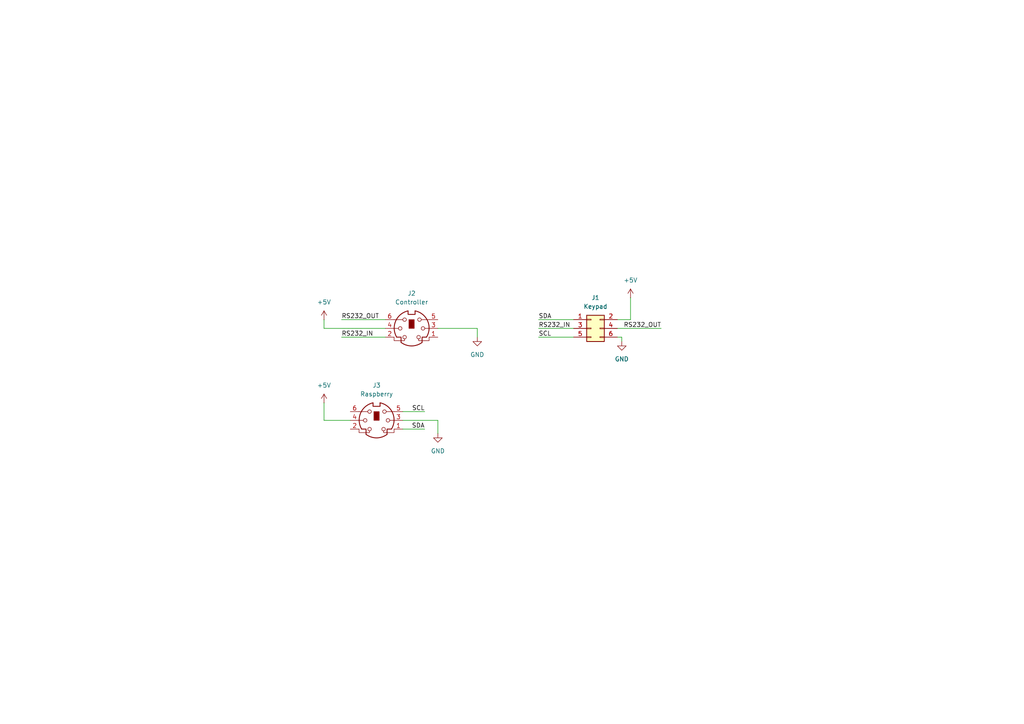
<source format=kicad_sch>
(kicad_sch
	(version 20231120)
	(generator "eeschema")
	(generator_version "8.0")
	(uuid "a35776e5-918f-4787-bc96-ea4223b78852")
	(paper "A4")
	(lib_symbols
		(symbol "Connector:Mini-DIN-6"
			(pin_names
				(offset 1.016)
			)
			(exclude_from_sim no)
			(in_bom yes)
			(on_board yes)
			(property "Reference" "J"
				(at 0 6.35 0)
				(effects
					(font
						(size 1.27 1.27)
					)
				)
			)
			(property "Value" "Mini-DIN-6"
				(at 0 -6.35 0)
				(effects
					(font
						(size 1.27 1.27)
					)
				)
			)
			(property "Footprint" ""
				(at 0 0 0)
				(effects
					(font
						(size 1.27 1.27)
					)
					(hide yes)
				)
			)
			(property "Datasheet" "http://service.powerdynamics.com/ec/Catalog17/Section%2011.pdf"
				(at 0 0 0)
				(effects
					(font
						(size 1.27 1.27)
					)
					(hide yes)
				)
			)
			(property "Description" "6-pin Mini-DIN connector"
				(at 0 0 0)
				(effects
					(font
						(size 1.27 1.27)
					)
					(hide yes)
				)
			)
			(property "ki_keywords" "Mini-DIN"
				(at 0 0 0)
				(effects
					(font
						(size 1.27 1.27)
					)
					(hide yes)
				)
			)
			(property "ki_fp_filters" "MINI?DIN*"
				(at 0 0 0)
				(effects
					(font
						(size 1.27 1.27)
					)
					(hide yes)
				)
			)
			(symbol "Mini-DIN-6_0_1"
				(circle
					(center -3.302 0)
					(radius 0.508)
					(stroke
						(width 0)
						(type default)
					)
					(fill
						(type none)
					)
				)
				(arc
					(start -3.048 -4.064)
					(mid 0 -5.08)
					(end 3.048 -4.064)
					(stroke
						(width 0.254)
						(type default)
					)
					(fill
						(type none)
					)
				)
				(circle
					(center -2.032 -2.54)
					(radius 0.508)
					(stroke
						(width 0)
						(type default)
					)
					(fill
						(type none)
					)
				)
				(circle
					(center -2.032 2.54)
					(radius 0.508)
					(stroke
						(width 0)
						(type default)
					)
					(fill
						(type none)
					)
				)
				(arc
					(start -1.016 5.08)
					(mid -4.6228 2.1214)
					(end -4.318 -2.54)
					(stroke
						(width 0.254)
						(type default)
					)
					(fill
						(type none)
					)
				)
				(rectangle
					(start -0.762 2.54)
					(end 0.762 0)
					(stroke
						(width 0)
						(type default)
					)
					(fill
						(type outline)
					)
				)
				(polyline
					(pts
						(xy -3.81 0) (xy -5.08 0)
					)
					(stroke
						(width 0)
						(type default)
					)
					(fill
						(type none)
					)
				)
				(polyline
					(pts
						(xy -2.54 2.54) (xy -5.08 2.54)
					)
					(stroke
						(width 0)
						(type default)
					)
					(fill
						(type none)
					)
				)
				(polyline
					(pts
						(xy 2.794 2.54) (xy 5.08 2.54)
					)
					(stroke
						(width 0)
						(type default)
					)
					(fill
						(type none)
					)
				)
				(polyline
					(pts
						(xy 5.08 0) (xy 3.81 0)
					)
					(stroke
						(width 0)
						(type default)
					)
					(fill
						(type none)
					)
				)
				(polyline
					(pts
						(xy -4.318 -2.54) (xy -3.048 -2.54) (xy -3.048 -4.064)
					)
					(stroke
						(width 0.254)
						(type default)
					)
					(fill
						(type none)
					)
				)
				(polyline
					(pts
						(xy 4.318 -2.54) (xy 3.048 -2.54) (xy 3.048 -4.064)
					)
					(stroke
						(width 0.254)
						(type default)
					)
					(fill
						(type none)
					)
				)
				(polyline
					(pts
						(xy -2.032 -3.048) (xy -2.032 -3.556) (xy -5.08 -3.556) (xy -5.08 -2.54)
					)
					(stroke
						(width 0)
						(type default)
					)
					(fill
						(type none)
					)
				)
				(polyline
					(pts
						(xy -1.016 5.08) (xy -1.016 4.064) (xy 1.016 4.064) (xy 1.016 5.08)
					)
					(stroke
						(width 0.254)
						(type default)
					)
					(fill
						(type none)
					)
				)
				(polyline
					(pts
						(xy 2.032 -3.048) (xy 2.032 -3.556) (xy 5.08 -3.556) (xy 5.08 -2.54)
					)
					(stroke
						(width 0)
						(type default)
					)
					(fill
						(type none)
					)
				)
				(circle
					(center 2.032 -2.54)
					(radius 0.508)
					(stroke
						(width 0)
						(type default)
					)
					(fill
						(type none)
					)
				)
				(circle
					(center 2.286 2.54)
					(radius 0.508)
					(stroke
						(width 0)
						(type default)
					)
					(fill
						(type none)
					)
				)
				(circle
					(center 3.302 0)
					(radius 0.508)
					(stroke
						(width 0)
						(type default)
					)
					(fill
						(type none)
					)
				)
				(arc
					(start 4.318 -2.54)
					(mid 4.6661 2.1322)
					(end 1.016 5.08)
					(stroke
						(width 0.254)
						(type default)
					)
					(fill
						(type none)
					)
				)
			)
			(symbol "Mini-DIN-6_1_1"
				(pin passive line
					(at 7.62 -2.54 180)
					(length 2.54)
					(name "~"
						(effects
							(font
								(size 1.27 1.27)
							)
						)
					)
					(number "1"
						(effects
							(font
								(size 1.27 1.27)
							)
						)
					)
				)
				(pin passive line
					(at -7.62 -2.54 0)
					(length 2.54)
					(name "~"
						(effects
							(font
								(size 1.27 1.27)
							)
						)
					)
					(number "2"
						(effects
							(font
								(size 1.27 1.27)
							)
						)
					)
				)
				(pin passive line
					(at 7.62 0 180)
					(length 2.54)
					(name "~"
						(effects
							(font
								(size 1.27 1.27)
							)
						)
					)
					(number "3"
						(effects
							(font
								(size 1.27 1.27)
							)
						)
					)
				)
				(pin passive line
					(at -7.62 0 0)
					(length 2.54)
					(name "~"
						(effects
							(font
								(size 1.27 1.27)
							)
						)
					)
					(number "4"
						(effects
							(font
								(size 1.27 1.27)
							)
						)
					)
				)
				(pin passive line
					(at 7.62 2.54 180)
					(length 2.54)
					(name "~"
						(effects
							(font
								(size 1.27 1.27)
							)
						)
					)
					(number "5"
						(effects
							(font
								(size 1.27 1.27)
							)
						)
					)
				)
				(pin passive line
					(at -7.62 2.54 0)
					(length 2.54)
					(name "~"
						(effects
							(font
								(size 1.27 1.27)
							)
						)
					)
					(number "6"
						(effects
							(font
								(size 1.27 1.27)
							)
						)
					)
				)
			)
		)
		(symbol "Connector_Generic:Conn_02x03_Odd_Even"
			(pin_names
				(offset 1.016) hide)
			(exclude_from_sim no)
			(in_bom yes)
			(on_board yes)
			(property "Reference" "J"
				(at 1.27 5.08 0)
				(effects
					(font
						(size 1.27 1.27)
					)
				)
			)
			(property "Value" "Conn_02x03_Odd_Even"
				(at 1.27 -5.08 0)
				(effects
					(font
						(size 1.27 1.27)
					)
				)
			)
			(property "Footprint" ""
				(at 0 0 0)
				(effects
					(font
						(size 1.27 1.27)
					)
					(hide yes)
				)
			)
			(property "Datasheet" "~"
				(at 0 0 0)
				(effects
					(font
						(size 1.27 1.27)
					)
					(hide yes)
				)
			)
			(property "Description" "Generic connector, double row, 02x03, odd/even pin numbering scheme (row 1 odd numbers, row 2 even numbers), script generated (kicad-library-utils/schlib/autogen/connector/)"
				(at 0 0 0)
				(effects
					(font
						(size 1.27 1.27)
					)
					(hide yes)
				)
			)
			(property "ki_keywords" "connector"
				(at 0 0 0)
				(effects
					(font
						(size 1.27 1.27)
					)
					(hide yes)
				)
			)
			(property "ki_fp_filters" "Connector*:*_2x??_*"
				(at 0 0 0)
				(effects
					(font
						(size 1.27 1.27)
					)
					(hide yes)
				)
			)
			(symbol "Conn_02x03_Odd_Even_1_1"
				(rectangle
					(start -1.27 -2.413)
					(end 0 -2.667)
					(stroke
						(width 0.1524)
						(type default)
					)
					(fill
						(type none)
					)
				)
				(rectangle
					(start -1.27 0.127)
					(end 0 -0.127)
					(stroke
						(width 0.1524)
						(type default)
					)
					(fill
						(type none)
					)
				)
				(rectangle
					(start -1.27 2.667)
					(end 0 2.413)
					(stroke
						(width 0.1524)
						(type default)
					)
					(fill
						(type none)
					)
				)
				(rectangle
					(start -1.27 3.81)
					(end 3.81 -3.81)
					(stroke
						(width 0.254)
						(type default)
					)
					(fill
						(type background)
					)
				)
				(rectangle
					(start 3.81 -2.413)
					(end 2.54 -2.667)
					(stroke
						(width 0.1524)
						(type default)
					)
					(fill
						(type none)
					)
				)
				(rectangle
					(start 3.81 0.127)
					(end 2.54 -0.127)
					(stroke
						(width 0.1524)
						(type default)
					)
					(fill
						(type none)
					)
				)
				(rectangle
					(start 3.81 2.667)
					(end 2.54 2.413)
					(stroke
						(width 0.1524)
						(type default)
					)
					(fill
						(type none)
					)
				)
				(pin passive line
					(at -5.08 2.54 0)
					(length 3.81)
					(name "Pin_1"
						(effects
							(font
								(size 1.27 1.27)
							)
						)
					)
					(number "1"
						(effects
							(font
								(size 1.27 1.27)
							)
						)
					)
				)
				(pin passive line
					(at 7.62 2.54 180)
					(length 3.81)
					(name "Pin_2"
						(effects
							(font
								(size 1.27 1.27)
							)
						)
					)
					(number "2"
						(effects
							(font
								(size 1.27 1.27)
							)
						)
					)
				)
				(pin passive line
					(at -5.08 0 0)
					(length 3.81)
					(name "Pin_3"
						(effects
							(font
								(size 1.27 1.27)
							)
						)
					)
					(number "3"
						(effects
							(font
								(size 1.27 1.27)
							)
						)
					)
				)
				(pin passive line
					(at 7.62 0 180)
					(length 3.81)
					(name "Pin_4"
						(effects
							(font
								(size 1.27 1.27)
							)
						)
					)
					(number "4"
						(effects
							(font
								(size 1.27 1.27)
							)
						)
					)
				)
				(pin passive line
					(at -5.08 -2.54 0)
					(length 3.81)
					(name "Pin_5"
						(effects
							(font
								(size 1.27 1.27)
							)
						)
					)
					(number "5"
						(effects
							(font
								(size 1.27 1.27)
							)
						)
					)
				)
				(pin passive line
					(at 7.62 -2.54 180)
					(length 3.81)
					(name "Pin_6"
						(effects
							(font
								(size 1.27 1.27)
							)
						)
					)
					(number "6"
						(effects
							(font
								(size 1.27 1.27)
							)
						)
					)
				)
			)
		)
		(symbol "power:+5V"
			(power)
			(pin_numbers hide)
			(pin_names
				(offset 0) hide)
			(exclude_from_sim no)
			(in_bom yes)
			(on_board yes)
			(property "Reference" "#PWR"
				(at 0 -3.81 0)
				(effects
					(font
						(size 1.27 1.27)
					)
					(hide yes)
				)
			)
			(property "Value" "+5V"
				(at 0 3.556 0)
				(effects
					(font
						(size 1.27 1.27)
					)
				)
			)
			(property "Footprint" ""
				(at 0 0 0)
				(effects
					(font
						(size 1.27 1.27)
					)
					(hide yes)
				)
			)
			(property "Datasheet" ""
				(at 0 0 0)
				(effects
					(font
						(size 1.27 1.27)
					)
					(hide yes)
				)
			)
			(property "Description" "Power symbol creates a global label with name \"+5V\""
				(at 0 0 0)
				(effects
					(font
						(size 1.27 1.27)
					)
					(hide yes)
				)
			)
			(property "ki_keywords" "global power"
				(at 0 0 0)
				(effects
					(font
						(size 1.27 1.27)
					)
					(hide yes)
				)
			)
			(symbol "+5V_0_1"
				(polyline
					(pts
						(xy -0.762 1.27) (xy 0 2.54)
					)
					(stroke
						(width 0)
						(type default)
					)
					(fill
						(type none)
					)
				)
				(polyline
					(pts
						(xy 0 0) (xy 0 2.54)
					)
					(stroke
						(width 0)
						(type default)
					)
					(fill
						(type none)
					)
				)
				(polyline
					(pts
						(xy 0 2.54) (xy 0.762 1.27)
					)
					(stroke
						(width 0)
						(type default)
					)
					(fill
						(type none)
					)
				)
			)
			(symbol "+5V_1_1"
				(pin power_in line
					(at 0 0 90)
					(length 0)
					(name "~"
						(effects
							(font
								(size 1.27 1.27)
							)
						)
					)
					(number "1"
						(effects
							(font
								(size 1.27 1.27)
							)
						)
					)
				)
			)
		)
		(symbol "power:GND"
			(power)
			(pin_numbers hide)
			(pin_names
				(offset 0) hide)
			(exclude_from_sim no)
			(in_bom yes)
			(on_board yes)
			(property "Reference" "#PWR"
				(at 0 -6.35 0)
				(effects
					(font
						(size 1.27 1.27)
					)
					(hide yes)
				)
			)
			(property "Value" "GND"
				(at 0 -3.81 0)
				(effects
					(font
						(size 1.27 1.27)
					)
				)
			)
			(property "Footprint" ""
				(at 0 0 0)
				(effects
					(font
						(size 1.27 1.27)
					)
					(hide yes)
				)
			)
			(property "Datasheet" ""
				(at 0 0 0)
				(effects
					(font
						(size 1.27 1.27)
					)
					(hide yes)
				)
			)
			(property "Description" "Power symbol creates a global label with name \"GND\" , ground"
				(at 0 0 0)
				(effects
					(font
						(size 1.27 1.27)
					)
					(hide yes)
				)
			)
			(property "ki_keywords" "global power"
				(at 0 0 0)
				(effects
					(font
						(size 1.27 1.27)
					)
					(hide yes)
				)
			)
			(symbol "GND_0_1"
				(polyline
					(pts
						(xy 0 0) (xy 0 -1.27) (xy 1.27 -1.27) (xy 0 -2.54) (xy -1.27 -1.27) (xy 0 -1.27)
					)
					(stroke
						(width 0)
						(type default)
					)
					(fill
						(type none)
					)
				)
			)
			(symbol "GND_1_1"
				(pin power_in line
					(at 0 0 270)
					(length 0)
					(name "~"
						(effects
							(font
								(size 1.27 1.27)
							)
						)
					)
					(number "1"
						(effects
							(font
								(size 1.27 1.27)
							)
						)
					)
				)
			)
		)
	)
	(wire
		(pts
			(xy 111.76 97.79) (xy 99.06 97.79)
		)
		(stroke
			(width 0)
			(type default)
		)
		(uuid "0da73a11-4c5e-499c-a0dd-34c24b80aa91")
	)
	(wire
		(pts
			(xy 138.43 95.25) (xy 138.43 97.79)
		)
		(stroke
			(width 0)
			(type default)
		)
		(uuid "39d5966d-0c4c-4548-be7c-d4d18d8902b7")
	)
	(wire
		(pts
			(xy 182.88 92.71) (xy 179.07 92.71)
		)
		(stroke
			(width 0)
			(type default)
		)
		(uuid "4af79d8f-a64a-4d13-abaa-4147a3985b82")
	)
	(wire
		(pts
			(xy 179.07 95.25) (xy 191.77 95.25)
		)
		(stroke
			(width 0)
			(type default)
		)
		(uuid "563a0552-9582-4b4e-8cb8-2d1ce1030e5e")
	)
	(wire
		(pts
			(xy 156.21 92.71) (xy 166.37 92.71)
		)
		(stroke
			(width 0)
			(type default)
		)
		(uuid "65aea052-b403-4ea4-83ce-3a20add3f6e0")
	)
	(wire
		(pts
			(xy 180.34 97.79) (xy 180.34 99.06)
		)
		(stroke
			(width 0)
			(type default)
		)
		(uuid "75d61d83-4ed8-4139-9018-e5fe3a6d515d")
	)
	(wire
		(pts
			(xy 156.21 95.25) (xy 166.37 95.25)
		)
		(stroke
			(width 0)
			(type default)
		)
		(uuid "77259787-17f1-419d-9989-bc297391f9f0")
	)
	(wire
		(pts
			(xy 123.19 119.38) (xy 116.84 119.38)
		)
		(stroke
			(width 0)
			(type default)
		)
		(uuid "786ab177-580b-4b05-b586-3782a2aec4b5")
	)
	(wire
		(pts
			(xy 111.76 92.71) (xy 99.06 92.71)
		)
		(stroke
			(width 0)
			(type default)
		)
		(uuid "7996134a-4d4a-42e6-8f0e-e0b4bc216729")
	)
	(wire
		(pts
			(xy 123.19 124.46) (xy 116.84 124.46)
		)
		(stroke
			(width 0)
			(type default)
		)
		(uuid "7a49d4ad-b5a0-484e-8d05-170bb90a91c8")
	)
	(wire
		(pts
			(xy 101.6 121.92) (xy 93.98 121.92)
		)
		(stroke
			(width 0)
			(type default)
		)
		(uuid "7b2047c8-b541-44e1-9df9-d6de12c9ddf1")
	)
	(wire
		(pts
			(xy 93.98 92.71) (xy 93.98 95.25)
		)
		(stroke
			(width 0)
			(type default)
		)
		(uuid "7cc3c705-8aea-49a1-821e-405ce6ad992d")
	)
	(wire
		(pts
			(xy 127 121.92) (xy 116.84 121.92)
		)
		(stroke
			(width 0)
			(type default)
		)
		(uuid "9803f229-0213-43c1-ab60-6b393a86f5e3")
	)
	(wire
		(pts
			(xy 179.07 97.79) (xy 180.34 97.79)
		)
		(stroke
			(width 0)
			(type default)
		)
		(uuid "a303f7a0-864b-4c18-b020-f4e4bd3dcad9")
	)
	(wire
		(pts
			(xy 93.98 116.84) (xy 93.98 121.92)
		)
		(stroke
			(width 0)
			(type default)
		)
		(uuid "b18c2275-898f-4647-9083-5dfc8af71035")
	)
	(wire
		(pts
			(xy 138.43 95.25) (xy 127 95.25)
		)
		(stroke
			(width 0)
			(type default)
		)
		(uuid "bace1345-16c3-4665-b3ac-ff5baf0e98fa")
	)
	(wire
		(pts
			(xy 93.98 95.25) (xy 111.76 95.25)
		)
		(stroke
			(width 0)
			(type default)
		)
		(uuid "c813ac20-1943-49e5-9122-5a688e060173")
	)
	(wire
		(pts
			(xy 127 125.73) (xy 127 121.92)
		)
		(stroke
			(width 0)
			(type default)
		)
		(uuid "e2f3fd17-463b-448b-b933-71f143dfa530")
	)
	(wire
		(pts
			(xy 182.88 86.36) (xy 182.88 92.71)
		)
		(stroke
			(width 0)
			(type default)
		)
		(uuid "ea011292-527b-4e07-80ba-51de184a2be7")
	)
	(wire
		(pts
			(xy 156.21 97.79) (xy 166.37 97.79)
		)
		(stroke
			(width 0)
			(type default)
		)
		(uuid "f2da5ed3-ce56-4bc0-9162-5f07c7d96bfb")
	)
	(label "SDA"
		(at 123.19 124.46 180)
		(fields_autoplaced yes)
		(effects
			(font
				(size 1.27 1.27)
			)
			(justify right bottom)
		)
		(uuid "0a2a6c90-e437-4f74-88e5-60e7c5ac127b")
	)
	(label "RS232_OUT"
		(at 99.06 92.71 0)
		(fields_autoplaced yes)
		(effects
			(font
				(size 1.27 1.27)
			)
			(justify left bottom)
		)
		(uuid "0c6d9e62-634d-409b-8e5f-37103f9edfe8")
	)
	(label "SDA"
		(at 156.21 92.71 0)
		(fields_autoplaced yes)
		(effects
			(font
				(size 1.27 1.27)
			)
			(justify left bottom)
		)
		(uuid "26bd564c-9fdb-4b9b-9a73-8f0834909207")
	)
	(label "RS232_IN"
		(at 156.21 95.25 0)
		(fields_autoplaced yes)
		(effects
			(font
				(size 1.27 1.27)
			)
			(justify left bottom)
		)
		(uuid "5f80fe2f-bbb2-4904-9011-cc44b7e7f59e")
	)
	(label "SCL"
		(at 123.19 119.38 180)
		(fields_autoplaced yes)
		(effects
			(font
				(size 1.27 1.27)
			)
			(justify right bottom)
		)
		(uuid "81fa8899-3bee-43ba-9043-399e36cbb052")
	)
	(label "RS232_IN"
		(at 99.06 97.79 0)
		(fields_autoplaced yes)
		(effects
			(font
				(size 1.27 1.27)
			)
			(justify left bottom)
		)
		(uuid "9e88cf86-219f-4e0a-9686-981951bb959a")
	)
	(label "SCL"
		(at 156.21 97.79 0)
		(fields_autoplaced yes)
		(effects
			(font
				(size 1.27 1.27)
			)
			(justify left bottom)
		)
		(uuid "c57cd361-9aa4-4dd6-88be-44675926daf6")
	)
	(label "RS232_OUT"
		(at 191.77 95.25 180)
		(fields_autoplaced yes)
		(effects
			(font
				(size 1.27 1.27)
			)
			(justify right bottom)
		)
		(uuid "e0341be1-eb49-4ca0-91b8-d9ffcf4222ab")
	)
	(symbol
		(lib_id "Connector:Mini-DIN-6")
		(at 119.38 95.25 0)
		(unit 1)
		(exclude_from_sim no)
		(in_bom yes)
		(on_board yes)
		(dnp no)
		(uuid "10d99b34-c7bb-4d33-907b-98b8f300d336")
		(property "Reference" "J2"
			(at 119.3977 85.09 0)
			(effects
				(font
					(size 1.27 1.27)
				)
			)
		)
		(property "Value" "Controller"
			(at 119.3977 87.63 0)
			(effects
				(font
					(size 1.27 1.27)
				)
			)
		)
		(property "Footprint" ""
			(at 119.38 95.25 0)
			(effects
				(font
					(size 1.27 1.27)
				)
				(hide yes)
			)
		)
		(property "Datasheet" "http://service.powerdynamics.com/ec/Catalog17/Section%2011.pdf"
			(at 119.38 95.25 0)
			(effects
				(font
					(size 1.27 1.27)
				)
				(hide yes)
			)
		)
		(property "Description" "6-pin Mini-DIN connector"
			(at 119.38 95.25 0)
			(effects
				(font
					(size 1.27 1.27)
				)
				(hide yes)
			)
		)
		(pin "5"
			(uuid "11507ee5-d5c2-4407-8346-a6aa769d674a")
		)
		(pin "2"
			(uuid "8e7a91a3-a002-492c-ae91-aaeb88f91b90")
		)
		(pin "4"
			(uuid "7612fe74-e8d2-47bd-ab98-21bdefa1453c")
		)
		(pin "3"
			(uuid "a2cdaf76-a039-4c48-a85c-96b93f1c1aff")
		)
		(pin "6"
			(uuid "da2159eb-0330-48a5-900b-7f35f5bc9732")
		)
		(pin "1"
			(uuid "e6a5b0a7-2284-449b-9d38-f311048f1003")
		)
		(instances
			(project "KeypadWires"
				(path "/a35776e5-918f-4787-bc96-ea4223b78852"
					(reference "J2")
					(unit 1)
				)
			)
		)
	)
	(symbol
		(lib_id "power:+5V")
		(at 93.98 116.84 0)
		(mirror y)
		(unit 1)
		(exclude_from_sim no)
		(in_bom yes)
		(on_board yes)
		(dnp no)
		(fields_autoplaced yes)
		(uuid "10f492b1-d088-4782-a691-ed51c95c4bc8")
		(property "Reference" "#PWR01"
			(at 93.98 120.65 0)
			(effects
				(font
					(size 1.27 1.27)
				)
				(hide yes)
			)
		)
		(property "Value" "+5V"
			(at 93.98 111.76 0)
			(effects
				(font
					(size 1.27 1.27)
				)
			)
		)
		(property "Footprint" ""
			(at 93.98 116.84 0)
			(effects
				(font
					(size 1.27 1.27)
				)
				(hide yes)
			)
		)
		(property "Datasheet" ""
			(at 93.98 116.84 0)
			(effects
				(font
					(size 1.27 1.27)
				)
				(hide yes)
			)
		)
		(property "Description" "Power symbol creates a global label with name \"+5V\""
			(at 93.98 116.84 0)
			(effects
				(font
					(size 1.27 1.27)
				)
				(hide yes)
			)
		)
		(pin "1"
			(uuid "247d14e9-2a4d-4533-814b-2dd7aba9a84f")
		)
		(instances
			(project "KeypadWires"
				(path "/a35776e5-918f-4787-bc96-ea4223b78852"
					(reference "#PWR01")
					(unit 1)
				)
			)
		)
	)
	(symbol
		(lib_id "power:GND")
		(at 138.43 97.79 0)
		(mirror y)
		(unit 1)
		(exclude_from_sim no)
		(in_bom yes)
		(on_board yes)
		(dnp no)
		(fields_autoplaced yes)
		(uuid "16a1e664-3752-422f-a0a4-59176f3021f6")
		(property "Reference" "#PWR05"
			(at 138.43 104.14 0)
			(effects
				(font
					(size 1.27 1.27)
				)
				(hide yes)
			)
		)
		(property "Value" "GND"
			(at 138.43 102.87 0)
			(effects
				(font
					(size 1.27 1.27)
				)
			)
		)
		(property "Footprint" ""
			(at 138.43 97.79 0)
			(effects
				(font
					(size 1.27 1.27)
				)
				(hide yes)
			)
		)
		(property "Datasheet" ""
			(at 138.43 97.79 0)
			(effects
				(font
					(size 1.27 1.27)
				)
				(hide yes)
			)
		)
		(property "Description" "Power symbol creates a global label with name \"GND\" , ground"
			(at 138.43 97.79 0)
			(effects
				(font
					(size 1.27 1.27)
				)
				(hide yes)
			)
		)
		(pin "1"
			(uuid "99f033f1-f51c-4ae6-bed1-d76b8d02ac38")
		)
		(instances
			(project "KeypadWires"
				(path "/a35776e5-918f-4787-bc96-ea4223b78852"
					(reference "#PWR05")
					(unit 1)
				)
			)
		)
	)
	(symbol
		(lib_id "power:GND")
		(at 127 125.73 0)
		(mirror y)
		(unit 1)
		(exclude_from_sim no)
		(in_bom yes)
		(on_board yes)
		(dnp no)
		(fields_autoplaced yes)
		(uuid "1f26257a-1037-49b0-ba2d-5a3365d57bbe")
		(property "Reference" "#PWR04"
			(at 127 132.08 0)
			(effects
				(font
					(size 1.27 1.27)
				)
				(hide yes)
			)
		)
		(property "Value" "GND"
			(at 127 130.81 0)
			(effects
				(font
					(size 1.27 1.27)
				)
			)
		)
		(property "Footprint" ""
			(at 127 125.73 0)
			(effects
				(font
					(size 1.27 1.27)
				)
				(hide yes)
			)
		)
		(property "Datasheet" ""
			(at 127 125.73 0)
			(effects
				(font
					(size 1.27 1.27)
				)
				(hide yes)
			)
		)
		(property "Description" "Power symbol creates a global label with name \"GND\" , ground"
			(at 127 125.73 0)
			(effects
				(font
					(size 1.27 1.27)
				)
				(hide yes)
			)
		)
		(pin "1"
			(uuid "c903c356-7775-4392-a7b4-e48678b401cb")
		)
		(instances
			(project "KeypadWires"
				(path "/a35776e5-918f-4787-bc96-ea4223b78852"
					(reference "#PWR04")
					(unit 1)
				)
			)
		)
	)
	(symbol
		(lib_id "power:+5V")
		(at 93.98 92.71 0)
		(mirror y)
		(unit 1)
		(exclude_from_sim no)
		(in_bom yes)
		(on_board yes)
		(dnp no)
		(fields_autoplaced yes)
		(uuid "4b0e10f7-78a1-40e2-b46d-c03dac2734e6")
		(property "Reference" "#PWR06"
			(at 93.98 96.52 0)
			(effects
				(font
					(size 1.27 1.27)
				)
				(hide yes)
			)
		)
		(property "Value" "+5V"
			(at 93.98 87.63 0)
			(effects
				(font
					(size 1.27 1.27)
				)
			)
		)
		(property "Footprint" ""
			(at 93.98 92.71 0)
			(effects
				(font
					(size 1.27 1.27)
				)
				(hide yes)
			)
		)
		(property "Datasheet" ""
			(at 93.98 92.71 0)
			(effects
				(font
					(size 1.27 1.27)
				)
				(hide yes)
			)
		)
		(property "Description" "Power symbol creates a global label with name \"+5V\""
			(at 93.98 92.71 0)
			(effects
				(font
					(size 1.27 1.27)
				)
				(hide yes)
			)
		)
		(pin "1"
			(uuid "96cb6631-e9f1-482e-a48b-9d883a990339")
		)
		(instances
			(project "KeypadWires"
				(path "/a35776e5-918f-4787-bc96-ea4223b78852"
					(reference "#PWR06")
					(unit 1)
				)
			)
		)
	)
	(symbol
		(lib_id "power:+5V")
		(at 182.88 86.36 0)
		(unit 1)
		(exclude_from_sim no)
		(in_bom yes)
		(on_board yes)
		(dnp no)
		(fields_autoplaced yes)
		(uuid "4f677aa8-daec-40b9-951b-7515e7d56295")
		(property "Reference" "#PWR02"
			(at 182.88 90.17 0)
			(effects
				(font
					(size 1.27 1.27)
				)
				(hide yes)
			)
		)
		(property "Value" "+5V"
			(at 182.88 81.28 0)
			(effects
				(font
					(size 1.27 1.27)
				)
			)
		)
		(property "Footprint" ""
			(at 182.88 86.36 0)
			(effects
				(font
					(size 1.27 1.27)
				)
				(hide yes)
			)
		)
		(property "Datasheet" ""
			(at 182.88 86.36 0)
			(effects
				(font
					(size 1.27 1.27)
				)
				(hide yes)
			)
		)
		(property "Description" "Power symbol creates a global label with name \"+5V\""
			(at 182.88 86.36 0)
			(effects
				(font
					(size 1.27 1.27)
				)
				(hide yes)
			)
		)
		(pin "1"
			(uuid "49f81abe-cac2-4e15-9651-53f7451ee070")
		)
		(instances
			(project "KeypadWires"
				(path "/a35776e5-918f-4787-bc96-ea4223b78852"
					(reference "#PWR02")
					(unit 1)
				)
			)
		)
	)
	(symbol
		(lib_id "Connector_Generic:Conn_02x03_Odd_Even")
		(at 171.45 95.25 0)
		(unit 1)
		(exclude_from_sim no)
		(in_bom yes)
		(on_board yes)
		(dnp no)
		(fields_autoplaced yes)
		(uuid "877dff08-928f-472c-9b38-5475dfd98f29")
		(property "Reference" "J1"
			(at 172.72 86.36 0)
			(effects
				(font
					(size 1.27 1.27)
				)
			)
		)
		(property "Value" "Keypad"
			(at 172.72 88.9 0)
			(effects
				(font
					(size 1.27 1.27)
				)
			)
		)
		(property "Footprint" ""
			(at 171.45 95.25 0)
			(effects
				(font
					(size 1.27 1.27)
				)
				(hide yes)
			)
		)
		(property "Datasheet" "~"
			(at 171.45 95.25 0)
			(effects
				(font
					(size 1.27 1.27)
				)
				(hide yes)
			)
		)
		(property "Description" "Generic connector, double row, 02x03, odd/even pin numbering scheme (row 1 odd numbers, row 2 even numbers), script generated (kicad-library-utils/schlib/autogen/connector/)"
			(at 171.45 95.25 0)
			(effects
				(font
					(size 1.27 1.27)
				)
				(hide yes)
			)
		)
		(pin "3"
			(uuid "bbeb1d27-65a8-470f-878a-54e2b41326c8")
		)
		(pin "2"
			(uuid "e456da48-2cf1-47aa-bb18-927eef04bf7b")
		)
		(pin "1"
			(uuid "3d28c2f7-ffab-423b-9517-523033ae4e2e")
		)
		(pin "4"
			(uuid "f46570df-c6b3-4412-a763-d5880c8173e8")
		)
		(pin "5"
			(uuid "8dc2d05a-8b6c-4539-b825-f61f711eb70c")
		)
		(pin "6"
			(uuid "f1c012e1-6a90-4d6d-afe8-4cf468249946")
		)
		(instances
			(project "KeypadWires"
				(path "/a35776e5-918f-4787-bc96-ea4223b78852"
					(reference "J1")
					(unit 1)
				)
			)
		)
	)
	(symbol
		(lib_id "Connector:Mini-DIN-6")
		(at 109.22 121.92 0)
		(unit 1)
		(exclude_from_sim no)
		(in_bom yes)
		(on_board yes)
		(dnp no)
		(uuid "c54b629f-5e44-4834-8f1d-2c01f987630d")
		(property "Reference" "J3"
			(at 109.2377 111.76 0)
			(effects
				(font
					(size 1.27 1.27)
				)
			)
		)
		(property "Value" "Raspberry"
			(at 109.2377 114.3 0)
			(effects
				(font
					(size 1.27 1.27)
				)
			)
		)
		(property "Footprint" ""
			(at 109.22 121.92 0)
			(effects
				(font
					(size 1.27 1.27)
				)
				(hide yes)
			)
		)
		(property "Datasheet" "http://service.powerdynamics.com/ec/Catalog17/Section%2011.pdf"
			(at 109.22 121.92 0)
			(effects
				(font
					(size 1.27 1.27)
				)
				(hide yes)
			)
		)
		(property "Description" "6-pin Mini-DIN connector"
			(at 109.22 121.92 0)
			(effects
				(font
					(size 1.27 1.27)
				)
				(hide yes)
			)
		)
		(pin "5"
			(uuid "cd41f1a4-88bd-44fc-84b1-ad7c259bfefa")
		)
		(pin "2"
			(uuid "be75044c-3e57-444f-92a6-73513022928d")
		)
		(pin "4"
			(uuid "54ce2952-af3f-476a-a625-b13b9a3dee4b")
		)
		(pin "3"
			(uuid "4f1e4641-1ecf-42b1-bebc-1f725aa2ea91")
		)
		(pin "6"
			(uuid "329cdb8e-816d-42e3-b719-ad223556adb8")
		)
		(pin "1"
			(uuid "d9d7bde2-bb03-4f4a-8b62-543bc2b2a8d0")
		)
		(instances
			(project "KeypadWires"
				(path "/a35776e5-918f-4787-bc96-ea4223b78852"
					(reference "J3")
					(unit 1)
				)
			)
		)
	)
	(symbol
		(lib_id "power:GND")
		(at 180.34 99.06 0)
		(unit 1)
		(exclude_from_sim no)
		(in_bom yes)
		(on_board yes)
		(dnp no)
		(fields_autoplaced yes)
		(uuid "d86f0007-9976-4e1a-91cf-729e208780ff")
		(property "Reference" "#PWR03"
			(at 180.34 105.41 0)
			(effects
				(font
					(size 1.27 1.27)
				)
				(hide yes)
			)
		)
		(property "Value" "GND"
			(at 180.34 104.14 0)
			(effects
				(font
					(size 1.27 1.27)
				)
			)
		)
		(property "Footprint" ""
			(at 180.34 99.06 0)
			(effects
				(font
					(size 1.27 1.27)
				)
				(hide yes)
			)
		)
		(property "Datasheet" ""
			(at 180.34 99.06 0)
			(effects
				(font
					(size 1.27 1.27)
				)
				(hide yes)
			)
		)
		(property "Description" "Power symbol creates a global label with name \"GND\" , ground"
			(at 180.34 99.06 0)
			(effects
				(font
					(size 1.27 1.27)
				)
				(hide yes)
			)
		)
		(pin "1"
			(uuid "3a04987b-d202-4f58-8ff9-792b16cf9513")
		)
		(instances
			(project "KeypadWires"
				(path "/a35776e5-918f-4787-bc96-ea4223b78852"
					(reference "#PWR03")
					(unit 1)
				)
			)
		)
	)
	(sheet_instances
		(path "/"
			(page "1")
		)
	)
)
</source>
